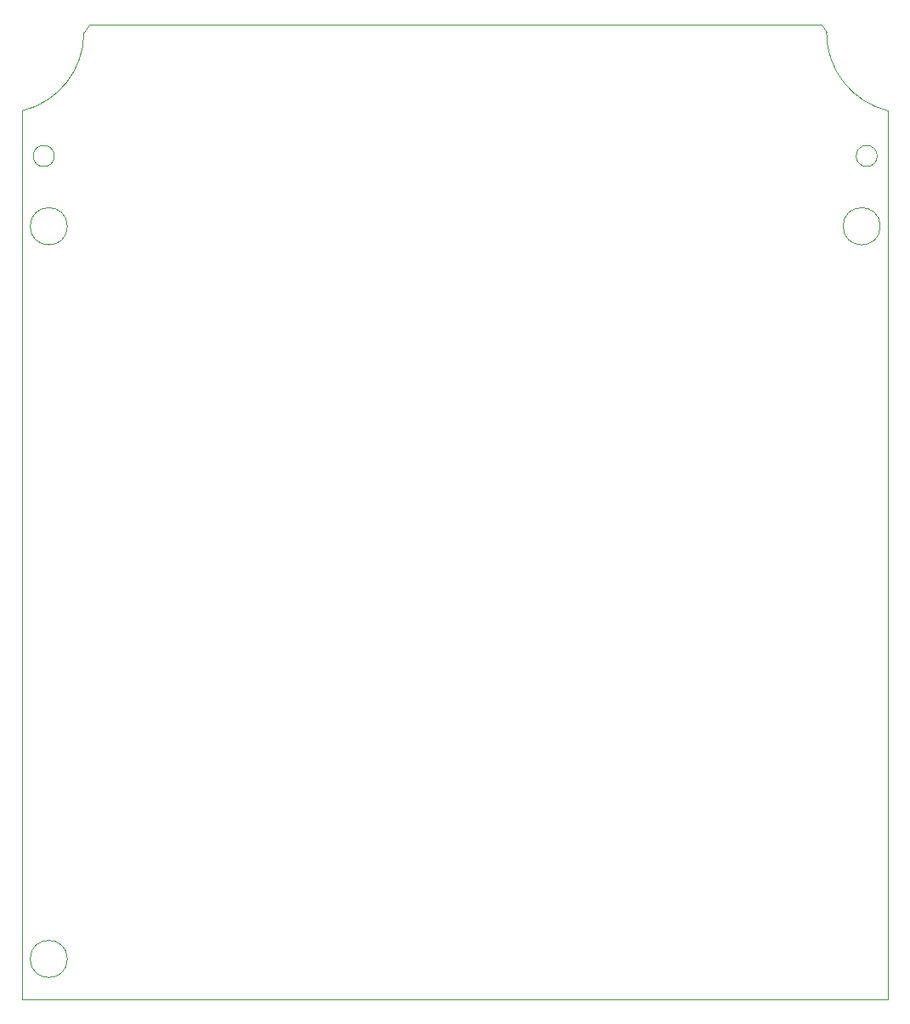
<source format=gko>
G04 #@! TF.GenerationSoftware,KiCad,Pcbnew,8.0.6-8.0.6-0~ubuntu22.04.1*
G04 #@! TF.CreationDate,2024-11-30T08:22:39+00:00*
G04 #@! TF.ProjectId,hellen-112-17,68656c6c-656e-42d3-9131-322d31372e6b,B*
G04 #@! TF.SameCoordinates,Original*
G04 #@! TF.FileFunction,Profile,NP*
%FSLAX46Y46*%
G04 Gerber Fmt 4.6, Leading zero omitted, Abs format (unit mm)*
G04 Created by KiCad (PCBNEW 8.0.6-8.0.6-0~ubuntu22.04.1) date 2024-11-30 08:22:39*
%MOMM*%
%LPD*%
G01*
G04 APERTURE LIST*
G04 #@! TA.AperFunction,Profile*
%ADD10C,0.100000*%
G04 #@! TD*
G04 APERTURE END LIST*
D10*
X80149999Y96299999D02*
X79649999Y97100000D01*
X4500000Y4000000D02*
G75*
G02*
X800000Y4000000I-1850000J0D01*
G01*
X800000Y4000000D02*
G75*
G02*
X4500000Y4000000I1850000J0D01*
G01*
X3200000Y84000000D02*
G75*
G02*
X1100000Y84000000I-1050000J0D01*
G01*
X1100000Y84000000D02*
G75*
G02*
X3200000Y84000000I1050000J0D01*
G01*
X86300000Y88500000D02*
G75*
G02*
X80149989Y96299999I1871200J7799900D01*
G01*
X4500000Y77000000D02*
G75*
G02*
X800000Y77000000I-1850000J0D01*
G01*
X800000Y77000000D02*
G75*
G02*
X4500000Y77000000I1850000J0D01*
G01*
X79649999Y97100000D02*
X6650001Y97100000D01*
X85500000Y77000000D02*
G75*
G02*
X81800000Y77000000I-1850000J0D01*
G01*
X81800000Y77000000D02*
G75*
G02*
X85500000Y77000000I1850000J0D01*
G01*
X6650001Y97100000D02*
X6150001Y96299999D01*
X86300000Y0D02*
X86300000Y88500000D01*
X0Y0D02*
X0Y88500000D01*
X86300000Y0D02*
X0Y0D01*
X85200000Y84000000D02*
G75*
G02*
X83100000Y84000000I-1050000J0D01*
G01*
X83100000Y84000000D02*
G75*
G02*
X85200000Y84000000I1050000J0D01*
G01*
X6150001Y96299999D02*
G75*
G02*
X1Y88499997I-8021371J21D01*
G01*
M02*

</source>
